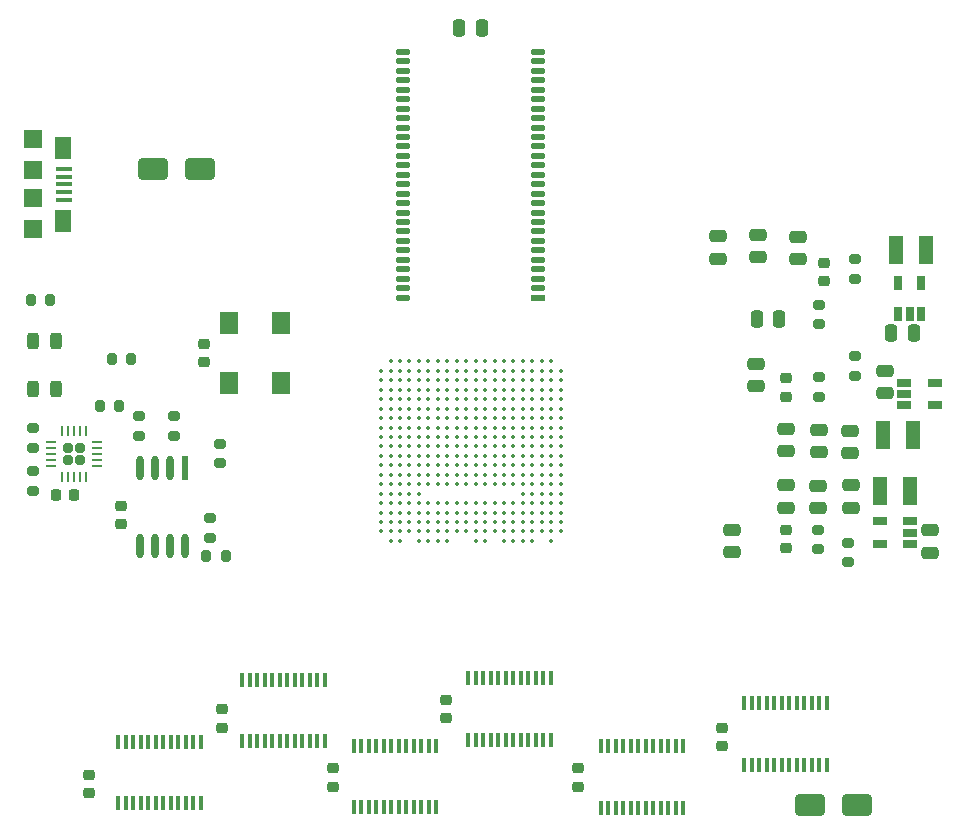
<source format=gbr>
%TF.GenerationSoftware,KiCad,Pcbnew,9.0.5*%
%TF.CreationDate,2025-12-06T10:01:17-08:00*%
%TF.ProjectId,project_byte_hamr,70726f6a-6563-4745-9f62-7974655f6861,rev?*%
%TF.SameCoordinates,Original*%
%TF.FileFunction,Paste,Top*%
%TF.FilePolarity,Positive*%
%FSLAX46Y46*%
G04 Gerber Fmt 4.6, Leading zero omitted, Abs format (unit mm)*
G04 Created by KiCad (PCBNEW 9.0.5) date 2025-12-06 10:01:17*
%MOMM*%
%LPD*%
G01*
G04 APERTURE LIST*
G04 Aperture macros list*
%AMRoundRect*
0 Rectangle with rounded corners*
0 $1 Rounding radius*
0 $2 $3 $4 $5 $6 $7 $8 $9 X,Y pos of 4 corners*
0 Add a 4 corners polygon primitive as box body*
4,1,4,$2,$3,$4,$5,$6,$7,$8,$9,$2,$3,0*
0 Add four circle primitives for the rounded corners*
1,1,$1+$1,$2,$3*
1,1,$1+$1,$4,$5*
1,1,$1+$1,$6,$7*
1,1,$1+$1,$8,$9*
0 Add four rect primitives between the rounded corners*
20,1,$1+$1,$2,$3,$4,$5,0*
20,1,$1+$1,$4,$5,$6,$7,0*
20,1,$1+$1,$6,$7,$8,$9,0*
20,1,$1+$1,$8,$9,$2,$3,0*%
G04 Aperture macros list end*
%ADD10R,0.700000X1.200000*%
%ADD11RoundRect,0.200000X-0.275000X0.200000X-0.275000X-0.200000X0.275000X-0.200000X0.275000X0.200000X0*%
%ADD12R,0.304800X1.295400*%
%ADD13RoundRect,0.250000X-0.475000X0.250000X-0.475000X-0.250000X0.475000X-0.250000X0.475000X0.250000X0*%
%ADD14RoundRect,0.200000X0.275000X-0.200000X0.275000X0.200000X-0.275000X0.200000X-0.275000X-0.200000X0*%
%ADD15RoundRect,0.200000X0.200000X0.275000X-0.200000X0.275000X-0.200000X-0.275000X0.200000X-0.275000X0*%
%ADD16RoundRect,0.250000X0.475000X-0.250000X0.475000X0.250000X-0.475000X0.250000X-0.475000X-0.250000X0*%
%ADD17RoundRect,0.250000X-0.250000X-0.475000X0.250000X-0.475000X0.250000X0.475000X-0.250000X0.475000X0*%
%ADD18RoundRect,0.225000X0.250000X-0.225000X0.250000X0.225000X-0.250000X0.225000X-0.250000X-0.225000X0*%
%ADD19RoundRect,0.200000X-0.200000X-0.275000X0.200000X-0.275000X0.200000X0.275000X-0.200000X0.275000X0*%
%ADD20RoundRect,0.243750X-0.243750X-0.456250X0.243750X-0.456250X0.243750X0.456250X-0.243750X0.456250X0*%
%ADD21RoundRect,0.225000X-0.250000X0.225000X-0.250000X-0.225000X0.250000X-0.225000X0.250000X0.225000X0*%
%ADD22C,0.350000*%
%ADD23R,1.200000X0.700000*%
%ADD24RoundRect,0.250000X-1.000000X-0.650000X1.000000X-0.650000X1.000000X0.650000X-1.000000X0.650000X0*%
%ADD25R,1.200000X2.400000*%
%ADD26R,1.350000X0.400000*%
%ADD27R,1.646000X1.546000*%
%ADD28R,1.346000X1.846000*%
%ADD29R,1.646000X1.646000*%
%ADD30RoundRect,0.250000X0.250000X0.475000X-0.250000X0.475000X-0.250000X-0.475000X0.250000X-0.475000X0*%
%ADD31R,0.600000X2.100000*%
%ADD32O,0.600000X2.100000*%
%ADD33R,1.200000X0.560000*%
%ADD34O,1.200000X0.560000*%
%ADD35RoundRect,0.198400X0.201600X0.201600X-0.201600X0.201600X-0.201600X-0.201600X0.201600X-0.201600X0*%
%ADD36RoundRect,0.062500X0.350000X0.062500X-0.350000X0.062500X-0.350000X-0.062500X0.350000X-0.062500X0*%
%ADD37RoundRect,0.062500X0.062500X0.350000X-0.062500X0.350000X-0.062500X-0.350000X0.062500X-0.350000X0*%
%ADD38R,1.500000X1.900000*%
%ADD39RoundRect,0.225000X0.225000X0.250000X-0.225000X0.250000X-0.225000X-0.250000X0.225000X-0.250000X0*%
G04 APERTURE END LIST*
D10*
%TO.C,U5*%
X125299080Y-85200000D03*
X126249080Y-85200000D03*
X127199080Y-85200000D03*
X127199080Y-82600000D03*
X125299080Y-82600000D03*
%TD*%
D11*
%TO.C,R11*%
X61000000Y-93850000D03*
X61000000Y-95500000D03*
%TD*%
D12*
%TO.C,U13*%
X88865000Y-121250000D03*
X89500000Y-121250000D03*
X90135000Y-121250000D03*
X90770000Y-121250000D03*
X91405000Y-121250000D03*
X92040000Y-121250000D03*
X92675000Y-121250000D03*
X93310000Y-121250000D03*
X93945000Y-121250000D03*
X94580000Y-121250000D03*
X95215000Y-121250000D03*
X95850000Y-121250000D03*
X95850000Y-116043000D03*
X95215000Y-116043000D03*
X94580000Y-116043000D03*
X93945000Y-116043000D03*
X93310000Y-116043000D03*
X92675000Y-116043000D03*
X92040000Y-116043000D03*
X91405000Y-116043000D03*
X90770000Y-116043000D03*
X90135000Y-116043000D03*
X89500000Y-116043000D03*
X88865000Y-116043000D03*
%TD*%
D13*
%TO.C,C12*%
X118599080Y-95000000D03*
X118599080Y-96900000D03*
%TD*%
D14*
%TO.C,RB3*%
X118599080Y-86050000D03*
X118599080Y-84400000D03*
%TD*%
D15*
%TO.C,R12*%
X68325000Y-105669214D03*
X66675000Y-105669214D03*
%TD*%
D14*
%TO.C,RA2*%
X118580782Y-92179275D03*
X118580782Y-90529275D03*
%TD*%
D16*
%TO.C,C1*%
X127999080Y-105400000D03*
X127999080Y-103500000D03*
%TD*%
D17*
%TO.C,C5*%
X124699080Y-86800000D03*
X126599080Y-86800000D03*
%TD*%
D12*
%TO.C,U8*%
X59257500Y-126603500D03*
X59892500Y-126603500D03*
X60527500Y-126603500D03*
X61162500Y-126603500D03*
X61797500Y-126603500D03*
X62432500Y-126603500D03*
X63067500Y-126603500D03*
X63702500Y-126603500D03*
X64337500Y-126603500D03*
X64972500Y-126603500D03*
X65607500Y-126603500D03*
X66242500Y-126603500D03*
X66242500Y-121396500D03*
X65607500Y-121396500D03*
X64972500Y-121396500D03*
X64337500Y-121396500D03*
X63702500Y-121396500D03*
X63067500Y-121396500D03*
X62432500Y-121396500D03*
X61797500Y-121396500D03*
X61162500Y-121396500D03*
X60527500Y-121396500D03*
X59892500Y-121396500D03*
X59257500Y-121396500D03*
%TD*%
D11*
%TO.C,R28*%
X64000000Y-93850000D03*
X64000000Y-95500000D03*
%TD*%
D18*
%TO.C,C32*%
X59500000Y-103000000D03*
X59500000Y-101450000D03*
%TD*%
D19*
%TO.C,R50*%
X57675000Y-93000000D03*
X59325000Y-93000000D03*
%TD*%
D20*
%TO.C,D3*%
X52062500Y-91500000D03*
X53937500Y-91500000D03*
%TD*%
D18*
%TO.C,C10*%
X115799080Y-92200000D03*
X115799080Y-90650000D03*
%TD*%
D21*
%TO.C,C2*%
X115749080Y-103450000D03*
X115749080Y-105000000D03*
%TD*%
D11*
%TO.C,R29*%
X67000000Y-102500000D03*
X67000000Y-104150000D03*
%TD*%
D21*
%TO.C,C6*%
X118999080Y-80850000D03*
X118999080Y-82400000D03*
%TD*%
D22*
%TO.C,U1*%
X82300000Y-89200000D03*
X83100000Y-89200000D03*
X83900000Y-89200000D03*
X84700000Y-89200000D03*
X85500000Y-89200000D03*
X86300000Y-89200000D03*
X87100000Y-89200000D03*
X87900000Y-89200000D03*
X88700000Y-89200000D03*
X89500000Y-89200000D03*
X90300000Y-89200000D03*
X91100000Y-89200000D03*
X91900000Y-89200000D03*
X92700000Y-89200000D03*
X93500000Y-89200000D03*
X94300000Y-89200000D03*
X95100000Y-89200000D03*
X95900000Y-89200000D03*
X81500000Y-90000000D03*
X82300000Y-90000000D03*
X83100000Y-90000000D03*
X83900000Y-90000000D03*
X84700000Y-90000000D03*
X85500000Y-90000000D03*
X86300000Y-90000000D03*
X87100000Y-90000000D03*
X87900000Y-90000000D03*
X88700000Y-90000000D03*
X89500000Y-90000000D03*
X90300000Y-90000000D03*
X91100000Y-90000000D03*
X91900000Y-90000000D03*
X92700000Y-90000000D03*
X93500000Y-90000000D03*
X94300000Y-90000000D03*
X95100000Y-90000000D03*
X95900000Y-90000000D03*
X96700000Y-90000000D03*
X81500000Y-90800000D03*
X82300000Y-90800000D03*
X83100000Y-90800000D03*
X83900000Y-90800000D03*
X84700000Y-90800000D03*
X85500000Y-90800000D03*
X86300000Y-90800000D03*
X87100000Y-90800000D03*
X87900000Y-90800000D03*
X88700000Y-90800000D03*
X89500000Y-90800000D03*
X90300000Y-90800000D03*
X91100000Y-90800000D03*
X91900000Y-90800000D03*
X92700000Y-90800000D03*
X93500000Y-90800000D03*
X94300000Y-90800000D03*
X95100000Y-90800000D03*
X95900000Y-90800000D03*
X96700000Y-90800000D03*
X81500000Y-91600000D03*
X82300000Y-91600000D03*
X83100000Y-91600000D03*
X83900000Y-91600000D03*
X84700000Y-91600000D03*
X85500000Y-91600000D03*
X86300000Y-91600000D03*
X87100000Y-91600000D03*
X87900000Y-91600000D03*
X88700000Y-91600000D03*
X89500000Y-91600000D03*
X90300000Y-91600000D03*
X91100000Y-91600000D03*
X91900000Y-91600000D03*
X92700000Y-91600000D03*
X93500000Y-91600000D03*
X94300000Y-91600000D03*
X95100000Y-91600000D03*
X95900000Y-91600000D03*
X96700000Y-91600000D03*
X81500000Y-92400000D03*
X82300000Y-92400000D03*
X83100000Y-92400000D03*
X83900000Y-92400000D03*
X84700000Y-92400000D03*
X85500000Y-92400000D03*
X86300000Y-92400000D03*
X87100000Y-92400000D03*
X87900000Y-92400000D03*
X88700000Y-92400000D03*
X89500000Y-92400000D03*
X90300000Y-92400000D03*
X91100000Y-92400000D03*
X91900000Y-92400000D03*
X92700000Y-92400000D03*
X93500000Y-92400000D03*
X94300000Y-92400000D03*
X95100000Y-92400000D03*
X95900000Y-92400000D03*
X96700000Y-92400000D03*
X81500000Y-93200000D03*
X82300000Y-93200000D03*
X83100000Y-93200000D03*
X83900000Y-93200000D03*
X84700000Y-93200000D03*
X85500000Y-93200000D03*
X86300000Y-93200000D03*
X87100000Y-93200000D03*
X87900000Y-93200000D03*
X88700000Y-93200000D03*
X89500000Y-93200000D03*
X90300000Y-93200000D03*
X91100000Y-93200000D03*
X91900000Y-93200000D03*
X92700000Y-93200000D03*
X93500000Y-93200000D03*
X94300000Y-93200000D03*
X95100000Y-93200000D03*
X95900000Y-93200000D03*
X96700000Y-93200000D03*
X81500000Y-94000000D03*
X82300000Y-94000000D03*
X83100000Y-94000000D03*
X83900000Y-94000000D03*
X84700000Y-94000000D03*
X85500000Y-94000000D03*
X86300000Y-94000000D03*
X87100000Y-94000000D03*
X87900000Y-94000000D03*
X88700000Y-94000000D03*
X89500000Y-94000000D03*
X90300000Y-94000000D03*
X91100000Y-94000000D03*
X91900000Y-94000000D03*
X92700000Y-94000000D03*
X93500000Y-94000000D03*
X94300000Y-94000000D03*
X95100000Y-94000000D03*
X95900000Y-94000000D03*
X96700000Y-94000000D03*
X81500000Y-94800000D03*
X82300000Y-94800000D03*
X83100000Y-94800000D03*
X83900000Y-94800000D03*
X84700000Y-94800000D03*
X85500000Y-94800000D03*
X86300000Y-94800000D03*
X87100000Y-94800000D03*
X87900000Y-94800000D03*
X88700000Y-94800000D03*
X89500000Y-94800000D03*
X90300000Y-94800000D03*
X91100000Y-94800000D03*
X91900000Y-94800000D03*
X92700000Y-94800000D03*
X93500000Y-94800000D03*
X94300000Y-94800000D03*
X95100000Y-94800000D03*
X95900000Y-94800000D03*
X96700000Y-94800000D03*
X81500000Y-95600000D03*
X82300000Y-95600000D03*
X83100000Y-95600000D03*
X83900000Y-95600000D03*
X84700000Y-95600000D03*
X85500000Y-95600000D03*
X86300000Y-95600000D03*
X87100000Y-95600000D03*
X87900000Y-95600000D03*
X88700000Y-95600000D03*
X89500000Y-95600000D03*
X90300000Y-95600000D03*
X91100000Y-95600000D03*
X91900000Y-95600000D03*
X92700000Y-95600000D03*
X93500000Y-95600000D03*
X94300000Y-95600000D03*
X95100000Y-95600000D03*
X95900000Y-95600000D03*
X96700000Y-95600000D03*
X81500000Y-96400000D03*
X82300000Y-96400000D03*
X83100000Y-96400000D03*
X83900000Y-96400000D03*
X84700000Y-96400000D03*
X85500000Y-96400000D03*
X86300000Y-96400000D03*
X87100000Y-96400000D03*
X87900000Y-96400000D03*
X88700000Y-96400000D03*
X89500000Y-96400000D03*
X90300000Y-96400000D03*
X91100000Y-96400000D03*
X91900000Y-96400000D03*
X92700000Y-96400000D03*
X93500000Y-96400000D03*
X94300000Y-96400000D03*
X95100000Y-96400000D03*
X95900000Y-96400000D03*
X96700000Y-96400000D03*
X81500000Y-97200000D03*
X82300000Y-97200000D03*
X83100000Y-97200000D03*
X83900000Y-97200000D03*
X84700000Y-97200000D03*
X85500000Y-97200000D03*
X86300000Y-97200000D03*
X87100000Y-97200000D03*
X87900000Y-97200000D03*
X88700000Y-97200000D03*
X89500000Y-97200000D03*
X90300000Y-97200000D03*
X91100000Y-97200000D03*
X91900000Y-97200000D03*
X92700000Y-97200000D03*
X93500000Y-97200000D03*
X94300000Y-97200000D03*
X95100000Y-97200000D03*
X95900000Y-97200000D03*
X96700000Y-97200000D03*
X81500000Y-98000000D03*
X82300000Y-98000000D03*
X83100000Y-98000000D03*
X83900000Y-98000000D03*
X84700000Y-98000000D03*
X85500000Y-98000000D03*
X86300000Y-98000000D03*
X87100000Y-98000000D03*
X87900000Y-98000000D03*
X88700000Y-98000000D03*
X89500000Y-98000000D03*
X90300000Y-98000000D03*
X91100000Y-98000000D03*
X91900000Y-98000000D03*
X92700000Y-98000000D03*
X93500000Y-98000000D03*
X94300000Y-98000000D03*
X95100000Y-98000000D03*
X95900000Y-98000000D03*
X96700000Y-98000000D03*
X81500000Y-98800000D03*
X82300000Y-98800000D03*
X83100000Y-98800000D03*
X83900000Y-98800000D03*
X84700000Y-98800000D03*
X85500000Y-98800000D03*
X86300000Y-98800000D03*
X87100000Y-98800000D03*
X87900000Y-98800000D03*
X88700000Y-98800000D03*
X89500000Y-98800000D03*
X90300000Y-98800000D03*
X91100000Y-98800000D03*
X91900000Y-98800000D03*
X92700000Y-98800000D03*
X93500000Y-98800000D03*
X94300000Y-98800000D03*
X95100000Y-98800000D03*
X95900000Y-98800000D03*
X96700000Y-98800000D03*
X81500000Y-99600000D03*
X82300000Y-99600000D03*
X83100000Y-99600000D03*
X83900000Y-99600000D03*
X84700000Y-99600000D03*
X85500000Y-99600000D03*
X86300000Y-99600000D03*
X87100000Y-99600000D03*
X87900000Y-99600000D03*
X88700000Y-99600000D03*
X89500000Y-99600000D03*
X90300000Y-99600000D03*
X91100000Y-99600000D03*
X91900000Y-99600000D03*
X92700000Y-99600000D03*
X93500000Y-99600000D03*
X94300000Y-99600000D03*
X95100000Y-99600000D03*
X95900000Y-99600000D03*
X96700000Y-99600000D03*
X81500000Y-100400000D03*
X82300000Y-100400000D03*
X83100000Y-100400000D03*
X83900000Y-100400000D03*
X84700000Y-100400000D03*
X93500000Y-100400000D03*
X94300000Y-100400000D03*
X95100000Y-100400000D03*
X95900000Y-100400000D03*
X96700000Y-100400000D03*
X81500000Y-101200000D03*
X82300000Y-101200000D03*
X83100000Y-101200000D03*
X83900000Y-101200000D03*
X84700000Y-101200000D03*
X85500000Y-101200000D03*
X86300000Y-101200000D03*
X87100000Y-101200000D03*
X87900000Y-101200000D03*
X88700000Y-101200000D03*
X89500000Y-101200000D03*
X90300000Y-101200000D03*
X91100000Y-101200000D03*
X91900000Y-101200000D03*
X92700000Y-101200000D03*
X93500000Y-101200000D03*
X94300000Y-101200000D03*
X95100000Y-101200000D03*
X95900000Y-101200000D03*
X96700000Y-101200000D03*
X81500000Y-102000000D03*
X82300000Y-102000000D03*
X83100000Y-102000000D03*
X83900000Y-102000000D03*
X84700000Y-102000000D03*
X85500000Y-102000000D03*
X86300000Y-102000000D03*
X87100000Y-102000000D03*
X87900000Y-102000000D03*
X88700000Y-102000000D03*
X89500000Y-102000000D03*
X90300000Y-102000000D03*
X91100000Y-102000000D03*
X91900000Y-102000000D03*
X92700000Y-102000000D03*
X93500000Y-102000000D03*
X94300000Y-102000000D03*
X95100000Y-102000000D03*
X95900000Y-102000000D03*
X96700000Y-102000000D03*
X81500000Y-102800000D03*
X82300000Y-102800000D03*
X83100000Y-102800000D03*
X83900000Y-102800000D03*
X84700000Y-102800000D03*
X85500000Y-102800000D03*
X86300000Y-102800000D03*
X87100000Y-102800000D03*
X87900000Y-102800000D03*
X88700000Y-102800000D03*
X89500000Y-102800000D03*
X90300000Y-102800000D03*
X91100000Y-102800000D03*
X91900000Y-102800000D03*
X92700000Y-102800000D03*
X93500000Y-102800000D03*
X94300000Y-102800000D03*
X95100000Y-102800000D03*
X95900000Y-102800000D03*
X96700000Y-102800000D03*
X81500000Y-103600000D03*
X82300000Y-103600000D03*
X83100000Y-103600000D03*
X83900000Y-103600000D03*
X84700000Y-103600000D03*
X85500000Y-103600000D03*
X86300000Y-103600000D03*
X87100000Y-103600000D03*
X87900000Y-103600000D03*
X88700000Y-103600000D03*
X89500000Y-103600000D03*
X90300000Y-103600000D03*
X91100000Y-103600000D03*
X91900000Y-103600000D03*
X92700000Y-103600000D03*
X93500000Y-103600000D03*
X94300000Y-103600000D03*
X95100000Y-103600000D03*
X95900000Y-103600000D03*
X96700000Y-103600000D03*
X82300000Y-104400000D03*
X83100000Y-104400000D03*
X84700000Y-104400000D03*
X85500000Y-104400000D03*
X86300000Y-104400000D03*
X87100000Y-104400000D03*
X89500000Y-104400000D03*
X90300000Y-104400000D03*
X91900000Y-104400000D03*
X92700000Y-104400000D03*
X93500000Y-104400000D03*
X94300000Y-104400000D03*
X95900000Y-104400000D03*
%TD*%
D16*
%TO.C,C22*%
X115749080Y-101600000D03*
X115749080Y-99700000D03*
%TD*%
D19*
%TO.C,R49*%
X58675000Y-89000000D03*
X60325000Y-89000000D03*
%TD*%
D23*
%TO.C,U3*%
X126299080Y-104650000D03*
X126299080Y-103700000D03*
X126299080Y-102750000D03*
X123699080Y-102750000D03*
X123699080Y-104650000D03*
%TD*%
D20*
%TO.C,D19*%
X52062500Y-87500000D03*
X53937500Y-87500000D03*
%TD*%
D24*
%TO.C,D2*%
X117800000Y-126800000D03*
X121800000Y-126800000D03*
%TD*%
D12*
%TO.C,U9*%
X100115000Y-127000000D03*
X100750000Y-127000000D03*
X101385000Y-127000000D03*
X102020000Y-127000000D03*
X102655000Y-127000000D03*
X103290000Y-127000000D03*
X103925000Y-127000000D03*
X104560000Y-127000000D03*
X105195000Y-127000000D03*
X105830000Y-127000000D03*
X106465000Y-127000000D03*
X107100000Y-127000000D03*
X107100000Y-121793000D03*
X106465000Y-121793000D03*
X105830000Y-121793000D03*
X105195000Y-121793000D03*
X104560000Y-121793000D03*
X103925000Y-121793000D03*
X103290000Y-121793000D03*
X102655000Y-121793000D03*
X102020000Y-121793000D03*
X101385000Y-121793000D03*
X100750000Y-121793000D03*
X100115000Y-121793000D03*
%TD*%
%TO.C,U12*%
X69757500Y-121353500D03*
X70392500Y-121353500D03*
X71027500Y-121353500D03*
X71662500Y-121353500D03*
X72297500Y-121353500D03*
X72932500Y-121353500D03*
X73567500Y-121353500D03*
X74202500Y-121353500D03*
X74837500Y-121353500D03*
X75472500Y-121353500D03*
X76107500Y-121353500D03*
X76742500Y-121353500D03*
X76742500Y-116146500D03*
X76107500Y-116146500D03*
X75472500Y-116146500D03*
X74837500Y-116146500D03*
X74202500Y-116146500D03*
X73567500Y-116146500D03*
X72932500Y-116146500D03*
X72297500Y-116146500D03*
X71662500Y-116146500D03*
X71027500Y-116146500D03*
X70392500Y-116146500D03*
X69757500Y-116146500D03*
%TD*%
D18*
%TO.C,C13*%
X56761063Y-125738937D03*
X56761063Y-124188937D03*
%TD*%
D12*
%TO.C,U11*%
X79190000Y-126957000D03*
X79825000Y-126957000D03*
X80460000Y-126957000D03*
X81095000Y-126957000D03*
X81730000Y-126957000D03*
X82365000Y-126957000D03*
X83000000Y-126957000D03*
X83635000Y-126957000D03*
X84270000Y-126957000D03*
X84905000Y-126957000D03*
X85540000Y-126957000D03*
X86175000Y-126957000D03*
X86175000Y-121750000D03*
X85540000Y-121750000D03*
X84905000Y-121750000D03*
X84270000Y-121750000D03*
X83635000Y-121750000D03*
X83000000Y-121750000D03*
X82365000Y-121750000D03*
X81730000Y-121750000D03*
X81095000Y-121750000D03*
X80460000Y-121750000D03*
X79825000Y-121750000D03*
X79190000Y-121750000D03*
%TD*%
D14*
%TO.C,RB1*%
X120999080Y-106200000D03*
X120999080Y-104550000D03*
%TD*%
D25*
%TO.C,L1*%
X126249080Y-100200000D03*
X123709080Y-100200000D03*
%TD*%
D26*
%TO.C,US1*%
X54675000Y-72900000D03*
X54675000Y-73550000D03*
X54675000Y-74200000D03*
X54675000Y-74850000D03*
X54675000Y-75500000D03*
D27*
X52000000Y-70400000D03*
D28*
X54550000Y-71100000D03*
D29*
X52000000Y-73000000D03*
X52000000Y-75400000D03*
D28*
X54550000Y-77300000D03*
D27*
X52000000Y-78000000D03*
%TD*%
D11*
%TO.C,RA3*%
X121599080Y-80550000D03*
X121599080Y-82200000D03*
%TD*%
D30*
%TO.C,C16*%
X90000000Y-61000000D03*
X88100000Y-61000000D03*
%TD*%
D23*
%TO.C,U4*%
X125799080Y-91000000D03*
X125799080Y-91950000D03*
X125799080Y-92900000D03*
X128399080Y-92900000D03*
X128399080Y-91000000D03*
%TD*%
D14*
%TO.C,R9*%
X52000000Y-96500000D03*
X52000000Y-94850000D03*
%TD*%
D25*
%TO.C,L2*%
X126539080Y-95400000D03*
X123999080Y-95400000D03*
%TD*%
D31*
%TO.C,U10*%
X64905000Y-98198000D03*
D32*
X63635000Y-98198000D03*
X62365000Y-98198000D03*
X61095000Y-98198000D03*
X61095000Y-104802000D03*
X62365000Y-104802000D03*
X63635000Y-104802000D03*
X64905000Y-104802000D03*
%TD*%
D24*
%TO.C,D1*%
X62175000Y-72900000D03*
X66175000Y-72900000D03*
%TD*%
D16*
%TO.C,C7*%
X116799080Y-80550000D03*
X116799080Y-78650000D03*
%TD*%
D11*
%TO.C,RA1*%
X118499080Y-103450000D03*
X118499080Y-105100000D03*
%TD*%
D25*
%TO.C,L3*%
X127669080Y-79800000D03*
X125129080Y-79800000D03*
%TD*%
D16*
%TO.C,C3*%
X121249080Y-101600000D03*
X121249080Y-99700000D03*
%TD*%
D17*
%TO.C,C20*%
X113299080Y-85600000D03*
X115199080Y-85600000D03*
%TD*%
D18*
%TO.C,C18*%
X87000000Y-119400000D03*
X87000000Y-117850000D03*
%TD*%
D33*
%TO.C,U2*%
X94800000Y-83800000D03*
D34*
X94800000Y-83000000D03*
X94800000Y-82200000D03*
X94800000Y-81400000D03*
X94800000Y-80600000D03*
X94800000Y-79800000D03*
X94800000Y-79000000D03*
X94800000Y-78200000D03*
X94800000Y-77400000D03*
X94800000Y-76600000D03*
X94800000Y-75800000D03*
X94800000Y-75000000D03*
X94800000Y-74200000D03*
X94800000Y-73400000D03*
X94800000Y-72600000D03*
X94800000Y-71800000D03*
X94800000Y-71000000D03*
X94800000Y-70200000D03*
X94800000Y-69400000D03*
X94800000Y-68600000D03*
X94800000Y-67800000D03*
X94800000Y-67000000D03*
X94800000Y-66200000D03*
X94800000Y-65400000D03*
X94800000Y-64600000D03*
X94800000Y-63800000D03*
X94800000Y-63000000D03*
X83340000Y-63000000D03*
X83340000Y-63800000D03*
X83340000Y-64600000D03*
X83340000Y-65400000D03*
X83340000Y-66200000D03*
X83340000Y-67000000D03*
X83340000Y-67800000D03*
X83340000Y-68600000D03*
X83340000Y-69400000D03*
X83340000Y-70200000D03*
X83340000Y-71000000D03*
X83340000Y-71800000D03*
X83340000Y-72600000D03*
X83340000Y-73400000D03*
X83340000Y-74200000D03*
X83340000Y-75000000D03*
X83340000Y-75800000D03*
X83340000Y-76600000D03*
X83340000Y-77400000D03*
X83340000Y-78200000D03*
X83340000Y-79000000D03*
X83340000Y-79800000D03*
X83340000Y-80600000D03*
X83340000Y-81400000D03*
X83340000Y-82200000D03*
X83340000Y-83000000D03*
X83340000Y-83800000D03*
%TD*%
D35*
%TO.C,U6*%
X56000000Y-97562500D03*
X56000000Y-96562500D03*
X55000000Y-97562500D03*
X55000000Y-96562500D03*
D36*
X57437500Y-98062500D03*
X57437500Y-97562500D03*
X57437500Y-97062500D03*
X57437500Y-96562500D03*
X57437500Y-96062500D03*
D37*
X56500000Y-95125000D03*
X56000000Y-95125000D03*
X55500000Y-95125000D03*
X55000000Y-95125000D03*
X54500000Y-95125000D03*
D36*
X53562500Y-96062500D03*
X53562500Y-96562500D03*
X53562500Y-97062500D03*
X53562500Y-97562500D03*
X53562500Y-98062500D03*
D37*
X54500000Y-99000000D03*
X55000000Y-99000000D03*
X55500000Y-99000000D03*
X56000000Y-99000000D03*
X56500000Y-99000000D03*
%TD*%
D18*
%TO.C,C15*%
X77400000Y-125200000D03*
X77400000Y-123650000D03*
%TD*%
%TO.C,C36*%
X110400000Y-121775000D03*
X110400000Y-120225000D03*
%TD*%
D16*
%TO.C,C8*%
X113399080Y-80400000D03*
X113399080Y-78500000D03*
%TD*%
D13*
%TO.C,C17*%
X111249080Y-103450000D03*
X111249080Y-105350000D03*
%TD*%
D16*
%TO.C,C4*%
X118499080Y-101650000D03*
X118499080Y-99750000D03*
%TD*%
D18*
%TO.C,C21*%
X98200000Y-125200000D03*
X98200000Y-123650000D03*
%TD*%
D11*
%TO.C,R30*%
X67825000Y-96175000D03*
X67825000Y-97825000D03*
%TD*%
D14*
%TO.C,R1*%
X52000000Y-100150000D03*
X52000000Y-98500000D03*
%TD*%
D15*
%TO.C,R37*%
X53500000Y-84000000D03*
X51850000Y-84000000D03*
%TD*%
D13*
%TO.C,C9*%
X124199080Y-90000000D03*
X124199080Y-91900000D03*
%TD*%
D21*
%TO.C,C34*%
X66500000Y-87725000D03*
X66500000Y-89275000D03*
%TD*%
D16*
%TO.C,C19*%
X113199080Y-91300000D03*
X113199080Y-89400000D03*
%TD*%
D12*
%TO.C,U14*%
X112257500Y-123353500D03*
X112892500Y-123353500D03*
X113527500Y-123353500D03*
X114162500Y-123353500D03*
X114797500Y-123353500D03*
X115432500Y-123353500D03*
X116067500Y-123353500D03*
X116702500Y-123353500D03*
X117337500Y-123353500D03*
X117972500Y-123353500D03*
X118607500Y-123353500D03*
X119242500Y-123353500D03*
X119242500Y-118146500D03*
X118607500Y-118146500D03*
X117972500Y-118146500D03*
X117337500Y-118146500D03*
X116702500Y-118146500D03*
X116067500Y-118146500D03*
X115432500Y-118146500D03*
X114797500Y-118146500D03*
X114162500Y-118146500D03*
X113527500Y-118146500D03*
X112892500Y-118146500D03*
X112257500Y-118146500D03*
%TD*%
D16*
%TO.C,C24*%
X109999080Y-80500000D03*
X109999080Y-78600000D03*
%TD*%
D38*
%TO.C,Y1*%
X68600000Y-85920000D03*
X68600000Y-91000000D03*
X73000000Y-91000000D03*
X73000000Y-85920000D03*
%TD*%
D18*
%TO.C,C14*%
X68000000Y-120200000D03*
X68000000Y-118650000D03*
%TD*%
D11*
%TO.C,RB2*%
X121599080Y-88750000D03*
X121599080Y-90400000D03*
%TD*%
D13*
%TO.C,C23*%
X115799080Y-94900000D03*
X115799080Y-96800000D03*
%TD*%
D39*
%TO.C,C48*%
X55500000Y-100500000D03*
X53950000Y-100500000D03*
%TD*%
D13*
%TO.C,C11*%
X121199080Y-95100000D03*
X121199080Y-97000000D03*
%TD*%
M02*

</source>
